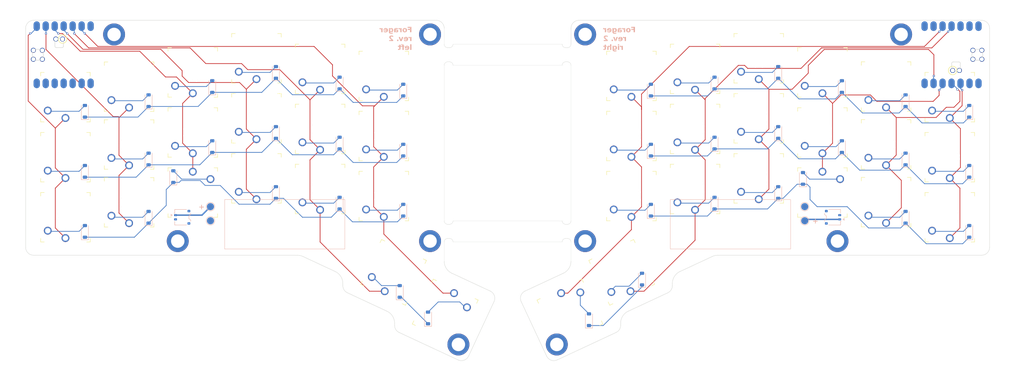
<source format=kicad_pcb>
(kicad_pcb (version 20241229) (generator "pcbnew") (generator_version "9.0")
  (layers (0 "F.Cu" signal) (2 "B.Cu" signal) (13 "F.Paste" user) (15 "B.Paste" user) (5 "F.SilkS" user "F.Silkscreen") (7 "B.SilkS" user "B.Silkscreen") (1 "F.Mask" user) (3 "B.Mask" user) (25 "Edge.Cuts" user))
  (net 0 "")
  (net 1 "LGND")
  (net 2 "LBAT")
  (net 3 "/LCOL0")
  (net 4 "Net-(LD1-A)")
  (net 5 "/LCOL1")
  (net 6 "Net-(LD2-A)")
  (net 7 "/LCOL2")
  (net 8 "Net-(LD3-A)")
  (net 9 "Net-(LD4-A)")
  (net 10 "/LCOL3")
  (net 11 "Net-(LD5-A)")
  (net 12 "/LCOL4")
  (net 13 "Net-(LD6-A)")
  (net 14 "Net-(LD7-A)")
  (net 15 "Net-(LD8-A)")
  (net 16 "Net-(LD9-A)")
  (net 17 "Net-(LD10-A)")
  (net 18 "Net-(LD11-A)")
  (net 19 "Net-(LD12-A)")
  (net 20 "Net-(LD13-A)")
  (net 21 "Net-(LD14-A)")
  (net 22 "Net-(LD15-A)")
  (net 23 "Net-(LD16-A)")
  (net 24 "Net-(LD17-A)")
  (net 25 "/LROW0")
  (net 26 "/LROW1")
  (net 27 "/LROW2")
  (net 28 "/LROW3")
  (net 32 "RBAT")
  (net 33 "RGND")
  (net 40 "/RCOL4")
  (net 41 "Net-(RD1-A)")
  (net 42 "Net-(RD2-A)")
  (net 43 "/RCOL3")
  (net 44 "/RCOL2")
  (net 45 "Net-(RD3-A)")
  (net 46 "Net-(RD4-A)")
  (net 47 "/RCOL1")
  (net 48 "/RCOL0")
  (net 49 "Net-(RD5-A)")
  (net 50 "Net-(RD6-A)")
  (net 51 "Net-(RD7-A)")
  (net 52 "Net-(RD8-A)")
  (net 53 "Net-(RD9-A)")
  (net 54 "Net-(RD10-A)")
  (net 55 "Net-(RD11-A)")
  (net 56 "Net-(RD12-A)")
  (net 57 "Net-(RD13-A)")
  (net 58 "Net-(RD14-A)")
  (net 59 "Net-(RD15-A)")
  (net 60 "Net-(RD16-A)")
  (net 61 "Net-(RD17-A)")
  (net 62 "/RROW0")
  (net 63 "/RROW1")
  (net 64 "/RROW2")
  (net 65 "/RROW3")
  (net 71 "Net-(LD18-A)")
  (net 72 "Net-(LD19-A)")
  (net 73 "Net-(LD20-A)")
  (net 74 "Net-(RD18-A)")
  (net 75 "Net-(RD19-A)")
  (net 76 "Net-(RD20-A)")
  (net 77 "/LCOL5")
  (net 78 "/RCOL5")
  (footprint "PCM_marbastlib-various:mousebites_2.5mm" (layer "F.Cu") (at 17.923023 10)
    (property "Reference" "REF**" (hide yes))
    (property "Value" "mousebites 2mm" (hide yes))
    (fp_line (start -1.5 -2) (end -1 -2) (stroke (width 0.08)) (layer "Edge.Cuts"))
    (fp_line (start -1 2) (end -1.5 2) (stroke (width 0.08)) (layer "Edge.Cuts"))
    (fp_arc (start -2.5 3) (mid -2.207108 2.292895) (end -1.500003 2.000003) (stroke (width 0.08)) (layer "Edge.Cuts"))
    (fp_arc (start -1.5 -2) (mid -2.207105 -2.292892) (end -2.499997 -2.999997) (stroke (width 0.08)) (layer "Edge.Cuts"))
    (fp_arc (start -1 2) (mid -0.292895 2.292892) (end -0.000003 2.999997) (stroke (width 0.08)) (layer "Edge.Cuts"))
    (fp_arc (start 0 -3) (mid -0.292892 -2.292895) (end -0.999997 -2.000003) (stroke (width 0.08)) (layer "Edge.Cuts"))
  )
  (footprint "PCM_marbastlib-various:mousebites_2.5mm" (layer "F.Cu") (at 17.923023 -40)
    (property "Reference" "REF**" (hide yes))
    (property "Value" "mousebites 2mm" (hide yes))
    (fp_line (start -1.5 -2) (end -1 -2) (stroke (width 0.08)) (layer "Edge.Cuts"))
    (fp_line (start -1 2) (end -1.5 2) (stroke (width 0.08)) (layer "Edge.Cuts"))
    (fp_arc (start -2.5 3) (mid -2.207108 2.292895) (end -1.500003 2.000003) (stroke (width 0.08)) (layer "Edge.Cuts"))
    (fp_arc (start -1.5 -2) (mid -2.207105 -2.292892) (end -2.499997 -2.999997) (stroke (width 0.08)) (layer "Edge.Cuts"))
    (fp_arc (start -1 2) (mid -0.292895 2.292892) (end -0.000003 2.999997) (stroke (width 0.08)) (layer "Edge.Cuts"))
    (fp_arc (start 0 -3) (mid -0.292892 -2.292895) (end -0.999997 -2.000003) (stroke (width 0.08)) (layer "Edge.Cuts"))
  )
  (footprint "PCM_marbastlib-various:mousebites_2.5mm" (layer "F.Cu") (at -17.923023 10 180)
    (property "Reference" "REF**" (hide yes))
    (property "Value" "mousebites 2mm" (hide yes))
    (fp_line (start -1 2) (end -1.5 2) (stroke (width 0.08)) (layer "Edge.Cuts"))
    (fp_line (start -1.5 -2) (end -1 -2) (stroke (width 0.08)) (layer "Edge.Cuts"))
    (fp_arc (start 0 -3) (mid -0.292892 -2.292895) (end -0.999997 -2.000003) (stroke (width 0.08)) (layer "Edge.Cuts"))
    (fp_arc (start -1 2) (mid -0.292895 2.292892) (end -0.000003 2.999997) (stroke (width 0.08)) (layer "Edge.Cuts"))
    (fp_arc (start -1.5 -2) (mid -2.207105 -2.292892) (end -2.499997 -2.999997) (stroke (width 0.08)) (layer "Edge.Cuts"))
    (fp_arc (start -2.5 3) (mid -2.207108 2.292895) (end -1.500003 2.000003) (stroke (width 0.08)) (layer "Edge.Cuts"))
  )
  (footprint "PCM_marbastlib-various:mousebites_2.5mm" (layer "F.Cu") (at -17.923023 -40 180)
    (property "Reference" "REF**" (hide yes))
    (property "Value" "mousebites 2mm" (hide yes))
    (fp_line (start -1 2) (end -1.5 2) (stroke (width 0.08)) (layer "Edge.Cuts"))
    (fp_line (start -1.5 -2) (end -1 -2) (stroke (width 0.08)) (layer "Edge.Cuts"))
    (fp_arc (start 0 -3) (mid -0.292892 -2.292895) (end -0.999997 -2.000003) (stroke (width 0.08)) (layer "Edge.Cuts"))
    (fp_arc (start -1 2) (mid -0.292895 2.292892) (end -0.000003 2.999997) (stroke (width 0.08)) (layer "Edge.Cuts"))
    (fp_arc (start -1.5 -2) (mid -2.207105 -2.292892) (end -2.499997 -2.999997) (stroke (width 0.08)) (layer "Edge.Cuts"))
    (fp_arc (start -2.5 3) (mid -2.207108 2.292895) (end -1.500003 2.000003) (stroke (width 0.08)) (layer "Edge.Cuts"))
  )
  (footprint "Diode_SMD:D_SOD-123" (layer "B.Cu") (at 40.5 -30 90)
    (property "Reference" "RD1" (hide yes))
    (property "Value" "D")
  )
  (footprint "Diode_SMD:D_SOD-123" (layer "B.Cu") (at -94.5 -5.5 90)
    (property "Reference" "LD15" (hide yes))
    (property "Value" "D")
  )
  (footprint "Custom:Choc_v2_PG1353_socket" (layer "B.Cu") (at 17.627908 32.832308 25)
    (property "Reference" "RCH19" (hide yes))
    (property "Value" "ChocHS" (hide yes))
  )
  (footprint "Diode_SMD:D_SOD-123" (layer "B.Cu") (at 38 23.5 90)
    (property "Reference" "RD20" (hide yes))
    (property "Value" "D")
  )
  (footprint "Diode_SMD:D_SOD-123" (layer "B.Cu") (at 112.5 6 90)
    (property "Reference" "RD17" (hide yes))
    (property "Value" "D")
  )
  (footprint "Diode_SMD:D_SOD-123" (layer "B.Cu") (at 112.5 -10.5 90)
    (property "Reference" "RD11" (hide yes))
    (property "Value" "D")
  )
  (footprint "Diode_SMD:D_SOD-123" (layer "B.Cu") (at -22.5 34.5 90)
    (property "Reference" "LD20" (hide yes))
    (property "Value" "D")
  )
  (footprint "Nuts_SMD:SMTSO2020MTJ_M2" (layer "B.Cu") (at -21.923023 12.75 180)
    (property "Reference" "REF**" (hide yes))
    (property "Value" "SMTSO2020MTJ_M2")
  )
  (footprint "Custom:Choc_v2_PG1353_socket" (layer "B.Cu") (at 35 -17 180)
    (property "Reference" "RCH7" (hide yes))
    (property "Value" "ChocHS" (hide yes))
  )
  (footprint "TestPoint:TestPoint_Pad_D2.0mm" (layer "B.Cu") (at -84 7 180)
    (property "Reference" "TP3" (hide yes))
    (property "Value" "TestPoint")
  )
  (footprint "Custom:Choc_v2_PG1353_socket" (layer "B.Cu") (at -53 -19 180)
    (property "Reference" "LCH11" (hide yes))
    (property "Value" "ChocHS" (hide yes))
  )
  (footprint "Diode_SMD:D_SOD-123" (layer "B.Cu") (at 76.5 -1 90)
    (property "Reference" "RD15" (hide yes))
    (property "Value" "D")
  )
  (footprint "Diode_SMD:D_SOD-123" (layer "B.Cu") (at 130.5 -24 90)
    (property "Reference" "RD6" (hide yes))
    (property "Value" "D")
  )
  (footprint "Diode_SMD:D_SOD-123" (layer "B.Cu") (at 76.5 -18 90)
    (property "Reference" "RD9" (hide yes))
    (property "Value" "D")
  )
  (footprint "Diode_SMD:D_SOD-123" (layer "B.Cu") (at 58.5 -32 90)
    (property "Reference" "RD2" (hide yes))
    (property "Value" "D")
  )
  (footprint "Custom:Choc_v2_PG1353_socket" (layer "B.Cu") (at 125 -11 180)
    (property "Reference" "RCH12" (hide yes))
    (property "Value" "ChocHS" (hide yes))
  )
  (footprint "Diode_SMD:D_SOD-123" (layer "B.Cu") (at -47.5 -15 90)
    (property "Reference" "LD11" (hide yes))
    (property "Value" "D")
  )
  (footprint "Diode_SMD:D_SOD-123" (layer "B.Cu") (at -29.5 4 90)
    (property "Reference" "LD18" (hide yes))
    (property "Value" "D")
  )
  (footprint "Custom:Choc_v2_PG1353_socket" (layer "B.Cu") (at 107 -14.64 180)
    (property "Reference" "RCH11" (hide yes))
    (property "Value" "ChocHS" (hide yes))
  )
  (footprint "Diode_SMD:D_SOD-123" (layer "B.Cu") (at -47.5 -32 90)
    (property "Reference" "LD5" (hide yes))
    (property "Value" "D")
  )
  (footprint "Diode_SMD:D_SOD-123" (layer "B.Cu") (at 94.5 -14 90)
    (property "Reference" "RD10" (hide yes))
    (property "Value" "D")
  )
  (footprint "Connector_JST:JST_ACH_BM02B-ACHSS-GAN-ETF_1x02-1MP_P1.20mm_Vertical" (layer "B.Cu") (at -92 6 -90)
    (property "Reference" "J1" (hide yes))
    (property "Value" "Conn_01x02_Pin")
  )
  (footprint "Custom:xiao-ble-smd-cutout" (layer "B.Cu") (at -125.5 -40 -90)
    (property "Reference" "LU1" (hide yes))
    (property "Value" "Xiao nRF52840" (hide yes))
    (fp_line (start 0.8382 8.826) (end -0.8382 8.826) (stroke (width 0.12)) (layer "Edge.Cuts"))
    (fp_line (start -1.524 8.1402) (end -1.524 6.4638) (stroke (width 0.12)) (layer "Edge.Cuts"))
    (fp_line (start 1.524 8.1402) (end 1.524 6.4638) (stroke (width 0.12)) (layer "Edge.Cuts"))
    (fp_line (start 0.8382 5.778) (end -0.8382 5.778) (stroke (width 0.12)) (layer "Edge.Cuts"))
    (fp_line (start -2.413 2.476) (end -4.0132 2.476) (stroke (width 0.12)) (layer "Edge.Cuts"))
    (fp_line (start -4.699 1.7902) (end -4.699 0.7488) (stroke (width 0.12)) (layer "Edge.Cuts"))
    (fp_line (start -2.032 0.444) (end -2.032 2.095) (stroke (width 0.12)) (layer "Edge.Cuts"))
    (fp_line (start -4.0132 0.063) (end -2.413 0.063) (stroke (width 0.12)) (layer "Edge.Cuts"))
    (fp_arc (start 0.8382 8.826) (mid 0.920393 8.222393) (end 1.524 8.1402) (stroke (width 0.12)) (layer "Edge.Cuts"))
    (fp_arc (start -1.524 8.1402) (mid -0.920391 8.222391) (end -0.8382 8.826) (stroke (width 0.12)) (layer "Edge.Cuts"))
    (fp_arc (start 1.524 6.4638) (mid 0.920393 6.381607) (end 0.8382 5.778) (stroke (width 0.12)) (layer "Edge.Cuts"))
    (fp_arc (start -0.8382 5.778) (mid -0.920391 6.381609) (end -1.524 6.4638) (stroke (width 0.12)) (layer "Edge.Cuts"))
    (fp_arc (start -2.032 2.095) (mid -2.143592 2.364408) (end -2.413 2.476) (stroke (width 0.12)) (layer "Edge.Cuts"))
    (fp_arc (start -4.699 1.7902) (mid -4.095391 1.872391) (end -4.0132 2.476) (stroke (width 0.12)) (layer "Edge.Cuts"))
    (fp_arc (start -4.0132 0.063) (mid -4.095391 0.666609) (end -4.699 0.7488) (stroke (width 0.12)) (layer "Edge.Cuts"))
    (fp_arc (start -2.413 0.063) (mid -2.143592 0.174592) (end -2.032 0.444) (stroke (width 0.12)) (layer "Edge.Cuts"))
  )
  (footprint "Diode_SMD:D_SOD-123" (layer "B.Cu") (at 58.5 2 90)
    (property "Reference" "RD14" (hide yes))
    (property "Value" "D")
  )
  (footprint "Custom:Choc_v2_PG1353_socket" (layer "B.Cu") (at -89 -35 180)
    (property "Reference" "LCH3" (hide yes))
    (property "Value" "ChocHS" (hide yes))
  )
  (footprint "Custom:Choc_v2_PG1353_socket" (layer "B.Cu") (at -89 -18 180)
    (property "Reference" "LCH9" (hide yes))
    (property "Value" "ChocHS" (hide yes))
  )
  (footprint "Diode_SMD:D_SOD-123" (layer "B.Cu") (at 40.5 -13 90)
    (property "Reference" "RD7" (hide yes))
    (property "Value" "D")
  )
  (footprint "Diode_SMD:D_SOD-123" (layer "B.Cu") (at 112.5 -27 90)
    (property "Reference" "RD5" (hide yes))
    (property "Value" "D")
  )
  (footprint "Custom:Choc_v2_PG1353_socket" (layer "B.Cu") (at 89 -1)
    (property "Reference" "RCH16" (hide yes))
    (property "Value" "ChocHS" (hide yes))
  )
  (footprint "Custom:Choc_v2_PG1353_socket" (layer "B.Cu") (at 53 -36 180)
    (property "Reference" "RCH2" (hide yes))
    (property "Value" "ChocHS" (hide yes))
  )
  (footprint "Custom:Choc_v2_PG1353_socket" (layer "B.Cu") (at -53 -36 180)
    (property "Reference" "LCH5" (hide yes))
    (property "Value" "ChocHS" (hide yes))
  )
  (footprint "Custom:Choc_v2_PG1353_socket" (layer "B.Cu") (at -125 6 180)
    (property "Reference" "LCH13" (hide yes))
    (property "Value" "ChocHS" (hide yes))
  )
  (footprint "Diode_SMD:D_SOD-123" (layer "B.Cu") (at 58.5 -15 90)
    (property "Reference" "RD8" (hide yes))
    (property "Value" "D")
  )
  (footprint "Custom:Choc_v2_PG1353_socket" (layer "B.Cu") (at 89 -18 180)
    (property "Reference" "RCH10" (hide yes))
    (property "Value" "ChocHS" (hide yes))
  )
  (footprint "Custom:Choc_v2_PG1353_socket" (layer "B.Cu") (at -71 -5 180)
    (property "Reference" "LCH16" (hide yes))
    (property "Value" "ChocHS" (hide yes))
  )
  (footprint "Custom:Choc_v2_PG1353_socket" (layer "B.Cu") (at -71 -39 180)
    (property "Reference" "LCH4" (hide yes))
    (property "Value" "ChocHS" (hide yes))
  )
  (footprint "Custom:Choc_v2_PG1353_socket" (layer "B.Cu") (at 53 -2 180)
    (property "Reference" "RCH14" (hide yes))
    (property "Value" "ChocHS" (hide yes))
  )
  (footprint "Nuts_SMD:SMTSO2020MTJ_M2" (layer "B.Cu") (at 21.923023 -45.75 180)
    (property "Reference" "REF**" (hide yes))
    (property "Value" "SMTSO2020MTJ_M2")
  )
  (footprint "Custom:Choc_v2_PG1353_socket" (layer "B.Cu") (at -71 -22 180)
    (property "Reference" "LCH10" (hide yes))
    (property "Value" "ChocHS" (hide yes))
  )
  (footprint "Diode_SMD:D_SOD-123" (layer "B.Cu") (at -65.5 -1 90)
    (property "Reference" "LD16" (hide yes))
    (property "Value" "D")
  )
  (footprint "Nuts_SMD:SMTSO2020MTJ_M2" (layer "B.Cu") (at 93.25 12.75 180)
    (property "Reference" "REF**" (hide yes))
    (property "Value" "SMTSO2020MTJ_M2")
  )
  (footprint "Nuts_SMD:SMTSO2020MTJ_M2" (layer "B.Cu") (at -93.25 12.75 180)
    (property "Reference" "REF**" (hide yes))
    (property "Value" "SMTSO2020MTJ_M2")
  )
  (footprint "TestPoint:TestPoint_Pad_D2.0mm" (layer "B.Cu") (at 84 7 180)
    (property "Reference" "TP2" (hide yes))
    (property "Value" "TestPoint")
  )
  (footprint "Nuts_SMD:SMTSO2020MTJ_M2" (layer "B.Cu") (at 111.25 -45.75 180)
    (property "Reference" "REF**" (hide yes))
    (property "Value" "SMTSO2020MTJ_M2")
  )
  (footprint "Custom:Choc_v2_PG1353_socket" (layer "B.Cu") (at 53 -19 180)
    (property "Reference" "RCH8" (hide yes))
    (property "Value" "ChocHS" (hide yes))
  )
  (footprint "Custom:Choc_v2_PG1353_socket" (layer "B.Cu") (at -35 0 180)
    (property "Reference" "LCH18" (hide yes))
    (property "Value" "ChocHS" (hide yes))
  )
  (footprint "Diode_SMD:D_SOD-123" (layer "B.Cu") (at -101.5 -10.5 90)
    (property "Reference" "LD8" (hide yes))
    (property "Value" "D")
  )
  (footprint "Custom:Choc_v2_PG1353_socket" (layer "B.Cu") (at -125 -28 180)
    (property "Reference" "LCH1" (hide yes))
    (property "Value" "ChocHS" (hide yes))
  )
  (footprint "Custom:Choc_v2_PG1353_socket" (layer "B.Cu") (at 71 -5 180)
    (property "Reference" "RCH15" (hide yes))
    (property "Value" "ChocHS" (hide yes))
  )
  (footprint "Diode_SMD:D_SOD-123" (layer "B.Cu") (at -83.5 -14 90)
    (property "Reference" "LD9" (hide yes))
    (property "Value" "D")
  )
  (footprint "Custom:Choc_v2_PG1353_socket" (layer "B.Cu") (at -125 -11 180)
    (property "Reference" "LCH7" (hide yes))
    (property "Value" "ChocHS" (hide yes))
  )
  (footprint "Diode_SMD:D_SOD-123" (layer "B.Cu") (at 130.5 10 90)
    (property "Reference" "RD18" (hide yes))
    (property "Value" "D")
  )
  (footprint "Custom:Choc_v2_PG1353_socket" (layer "B.Cu") (at 125 -28 180)
    (property "Reference" "RCH6" (hide yes))
    (property "Value" "ChocHS" (hide yes))
  )
  (footprint "Diode_SMD:D_SOD-123" (layer "B.Cu") (at -101.5 6 90)
    (property "Reference" "LD14" (hide yes))
    (property "Value" "D")
  )
  (footprint "Connector_JST:JST_ACH_BM02B-ACHSS-GAN-ETF_1x02-1MP_P1.20mm_Vertical" (layer "B.Cu") (at 92 6 90)
    (property "Reference" "J2" (hide yes))
    (property "Value" "Conn_01x02_Pin")
  )
  (footprint "Custom:Choc_v2_PG1353_socket" (layer "B.Cu") (at -89 -1)
    (property "Reference" "LCH15" (hide yes))
    (property "Value" "ChocHS" (hide yes))
  )
  (footprint "Custom:Choc_v2_PG1353_socket" (layer "B.Cu") (at -107 -14.59 180)
    (property "Reference" "LCH8" (hide yes))
    (property "Value" "ChocHS" (hide yes))
  )
  (footprint "TestPoint:TestPoint_Pad_D2.0mm" (layer "B.Cu") (at -84 3 180)
    (property "Reference" "TP1" (hide yes))
    (property "Value" "TestPoint")
  )
  (footprint "Custom:Choc_v2_PG1353_socket" (layer "B.Cu") (at -107 -30.95 180)
    (property "Reference" "LCH2" (hide yes))
    (property "Value" "ChocHS" (hide yes))
  )
  (footprint "Custom:Choc_v2_PG1353_socket" (layer "B.Cu") (at 71 -22 180)
    (property "Reference" "RCH9" (hide yes))
    (property "Value" "ChocHS" (hide yes))
  )
  (footprint "Custom:xiao-ble-smd-cutout" (layer "B.Cu") (at 125.5 -40 90)
    (property "Reference" "RU1" (hide yes))
    (property "Value" "Xiao nRF52840" (hide yes))
    (fp_line (start -4.0132 0.063) (end -2.413 0.063) (stroke (width 0.12)) (layer "Edge.Cuts"))
    (fp_line (start -2.032 0.444) (end -2.032 2.095) (stroke (width 0.12)) (layer "Edge.Cuts"))
    (fp_line (start -4.699 1.7902) (end -4.699 0.7488) (stroke (width 0.12)) (layer "Edge.Cuts"))
    (fp_line (start -2.413 2.476) (end -4.0132 2.476) (stroke (width 0.12)) (layer "Edge.Cuts"))
    (fp_line (start 0.8382 5.778) (end -0.8382 5.778) (stroke (width 0.12)) (layer "Edge.Cuts"))
    (fp_line (start 1.524 8.1402) (end 1.524 6.4638) (stroke (width 0.12)) (layer "Edge.Cuts"))
    (fp_line (start -1.524 8.1402) (end -1.524 6.4638) (stroke (width 0.12)) (layer "Edge.Cuts"))
    (fp_line (start 0.8382 8.826) (end -0.8382 8.826) (stroke (width 0.12)) (layer "Edge.Cuts"))
    (fp_arc (start -2.413 0.063) (mid -2.143592 0.174592) (end -2.032 0.444) (stroke (width 0.12)) (layer "Edge.Cuts"))
    (fp_arc (start -4.0132 0.063) (mid -4.095391 0.666609) (end -4.699 0.7488) (stroke (width 0.12)) (layer "Edge.Cuts"))
    (fp_arc (start -4.699 1.7902) (mid -4.095391 1.872391) (end -4.0132 2.476) (stroke (width 0.12)) (layer "Edge.Cuts"))
    (fp_arc (start -2.032 2.095) (mid -2.143592 2.364408) (end -2.413 2.476) (stroke (width 0.12)) (layer "Edge.Cuts"))
    (fp_arc (start -0.8382 5.778) (mid -0.920391 6.381609) (end -1.524 6.4638) (stroke (width 0.12)) (layer "Edge.Cuts"))
    (fp_arc (start 1.524 6.4638) (mid 0.920393 6.381607) (end 0.8382 5.778) (stroke (width 0.12)) (layer "Edge.Cuts"))
    (fp_arc (start -1.524 8.1402) (mid -0.920391 8.222391) (end -0.8382 8.826) (stroke (width 0.12)) (layer "Edge.Cuts"))
    (fp_arc (start 0.8382 8.826) (mid 0.920393 8.222393) (end 1.524 8.1402) (stroke (width 0.12)) (layer "Edge.Cuts"))
  )
  (footprint "Diode_SMD:D_SOD-123" (layer "B.Cu") (at -29.5 -30 90)
    (property "Reference" "LD6" (hide yes))
    (property "Value" "D")
  )
  (footprint "Nuts_SMD:SMTSO2020MTJ_M2" (layer "B.Cu") (at 13.909849 42.013868 180)
    (property "Reference" "REF**" (hide yes))
    (property "Value" "SMTSO2020MTJ_M2")
  )
  (footprint "Custom:Choc_v2_PG1353_socket" (layer "B.Cu") (at -35 -17 180)
    (property "Reference" "LCH12" (hide yes))
    (property "Value" "ChocHS" (hide yes))
  )
  (footprint "Diode_SMD:D_SOD-123" (layer "B.Cu") (at 23 35 90)
    (property "Reference" "RD19" (hide yes))
    (property "Value" "D")
  )
  (footprint "Custom:Choc_v2_PG1353_socket" (layer "B.Cu") (at -53 -2 180)
    (property "Reference" "LCH17" (hide yes))
    (property "Value" "ChocHS" (hide yes))
  )
  (footprint "Diode_SMD:D_SOD-123" (layer "B.Cu") (at -119.5 -24 90)
    (property "Reference" "LD1" (hide yes))
    (property "Value" "D")
  )
  (footprint "Custom:Choc_v2_PG1353_socket" (layer "B.Cu") (at 35 0 180)
    (property "Reference" "RCH13" (hide yes))
    (property "Value" "ChocHS" (hide yes))
  )
  (footprint "Diode_SMD:D_SOD-123" (layer "B.Cu") (at -83.5 -31 90)
    (property "Reference" "LD3" (hide yes))
    (property "Value" "D")
  )
  (footprint "Diode_SMD:D_SOD-123" (layer "B.Cu") (at -119.5 10 90)
    (property "Reference" "LD13" (hide yes))
    (property "Value" "D")
  )
  (footprint "Custom:Choc_v2_PG1353_socket" (layer "B.Cu") (at 89 -35 180)
    (property "Reference" "RCH4" (hide yes))
    (property "Value" "ChocHS" (hide yes))
  )
  (footprint "Diode_SMD:D_SOD-123" (layer "B.Cu") (at -47.5 2 90)
    (property "Reference" "LD17" (hide yes))
    (property "Value" "D")
  )
  (footprint "Custom:Choc_v2_PG1353_socket" (layer "B.Cu") (at -107 1.77 180)
    (property "Reference" "LCH14" (hide yes))
    (property "Value" "ChocHS" (hide yes))
  )
  (footprint "Diode_SMD:D_SOD-123" (layer "B.Cu") (at -30.5 27 90)
    (property "Reference" "LD19" (hide yes))
    (property "Value" "D")
  )
  (footprint "Custom:Choc_v2_PG1353_socket" (layer "B.Cu") (at -17.627908 32.832308 -25)
    (property "Reference" "LCH20" (hide yes))
    (property "Value" "ChocHS" (hide yes))
  )
  (footprint "Diode_SMD:D_SOD-123" (layer "B.Cu") (at -65.5 -18 90)
    (property "Reference" "LD10" (hide yes))
    (property "Value" "D")
  )
  (footprint "Diode_SMD:D_SOD-123" (layer "B.Cu") (at -101.5 -27 90)
    (property "Reference" "LD2" (hide yes))
    (property "Value" "D")
  )
  (footprint "Custom:Choc_v2_PG1353_socket" (layer "B.Cu") (at 107 -31 180)
    (property "Reference" "RCH5" (hide yes))
    (property "Value" "ChocHS" (hide yes))
  )
  (footprint "Custom:Choc_v2_PG1353_socket" (layer "B.Cu") (at 125 6 180)
    (property "Reference" "RCH18" (hide yes))
    (property "Value" "ChocHS" (hide yes))
  )
  (footprint "Diode_SMD:D_SOD-123" (layer "B.Cu") (at 40.5 4 90)
    (property "Reference" "RD13" (hide yes))
    (property "Value" "D")
  )
  (footprint "Diode_SMD:D_SOD-123" (layer "B.Cu") (at -65.5 -35 90)
    (property "Reference" "LD4" (hide yes))
    (property "Value" "D")
  )
  (footprint "Custom:Choc_v2_PG1353_socket" (layer "B.Cu") (at 32.250975 21.599948 -155)
    (property "Reference" "RCH20" (hide yes))
    (property "Value" "ChocHS" (hide yes))
  )
  (footprint "Custom:Choc_v2_PG1353_socket" (layer "B.Cu") (at -35 -34 180)
    (property "Reference" "LCH6" (hide yes))
    (property "Value" "ChocHS" (hide yes))
  )
  (footprint "Diode_SMD:D_SOD-123" (layer "B.Cu") (at -119.5 -7 90)
    (property "Reference" "LD7" (hide yes))
    (property "Value" "D")
  )
  (footprint "Custom:Choc_v2_PG1353_socket" (layer "B.Cu") (at -32.250975 21.599948 155)
    (property "Reference" "LCH19" (hide yes))
    (property "Value" "ChocHS" (hide yes))
  )
  (footprint "TestPoint:TestPoint_Pad_D2.0mm" (layer "B.Cu") (at 84 3 180)
    (property "Reference" "TP4" (hide yes))
    (property "Value" "TestPoint")
  )
  (footprint "Nuts_SMD:SMTSO2020MTJ_M2" (layer "B.Cu") (at -111.25 -45.75 180)
    (property "Reference" "REF**" (hide yes))
    (property "Value" "SMTSO2020MTJ_M2")
  )
  (footprint "Custom:Choc_v2_PG1353_socket" (layer "B.Cu") (at 71 -39 180)
    (property "Reference" "RCH3" (hide yes))
    (property "Value" "ChocHS" (hide yes))
  )
  (footprint "Diode_SMD:D_SOD-123" (layer "B.Cu") (at 76.5 -35 90)
    (property "Reference" "RD3" (hide yes))
    (property "Value" "D")
  )
  (footprint "Nuts_SMD:SMTSO2020MTJ_M2" (layer "B.Cu") (at -13.909849 42.013868 180)
    (property "Reference" "REF**" (hide yes))
    (property "Value" "SMTSO2020MTJ_M2")
  )
  (footprint "Diode_SMD:D_SOD-123" (layer "B.Cu") (at 130.5 -7 90)
    (property "Reference" "RD12" (hide yes))
    (property "Value" "D")
  )
  (footprint "Diode_SMD:D_SOD-123" (layer "B.Cu") (at 83.5 -5 90)
    (property "Reference" "RD16" (hide yes))
    (property "Value" "D")
  )
  (footprint "Diode_SMD:D_SOD-123" (layer "B.Cu") (at -29.5 -13 90)
    (property "Reference" "LD12" (hide yes))
    (property "Value" "D")
  )
  (footprint "Diode_SMD:D_SOD-123" (layer "B.Cu") (at 94.5 -31 90)
    (property "Reference" "RD4" (hide yes))
    (property "Value" "D")
  )
  (footprint "Custom:Choc_v2_PG1353_socket" (layer "B.Cu") (at 107 1.72 180)
    (property "Reference" "RCH17" (hide yes))
    (property "Value" "ChocHS" (hide yes))
  )
  (footprint "Nuts_SMD:SMTSO2020MTJ_M2" (layer "B.Cu") (at -21.923023 -45.75 180)
    (property "Reference" "REF**" (hide yes))
    (property "Value" "SMTSO2020MTJ_M2")
  )
  (footprint "Nuts_SMD:SMTSO2020MTJ_M2" (layer "B.Cu") (at 21.923023 12.75 180)
    (property "Reference" "REF**" (hide yes))
    (property "Value" "SMTSO2020MTJ_M2")
  )
  (footprint "Custom:Choc_v2_PG1353_socket" (layer "B.Cu") (at 35 -34 180)
    (property "Reference" "RCH1" (hide yes))
    (property "Value" "ChocHS" (hide yes))
  )
  (gr_circle (center 125.810753 -35.548753) (end 127.010753 -35.548753) (stroke (width 0.2)) (fill no) (layer "F.SilkS"))
  (gr_circle (center -125.810753 -44.451247) (end -124.610753 -44.451247) (stroke (width 0.2)) (fill no) (layer "F.SilkS"))
  (gr_rect (start 46 1) (end 80 15) (stroke (width 0.1)) (fill no) (layer "B.SilkS"))
  (gr_rect (start -80 1) (end -46 15) (stroke (width 0.1)) (fill no) (layer "B.SilkS"))
  (gr_line (start -46.578926 24.755529) (end -46.578926 25.346619) (stroke (width 0.1)) (layer "Edge.Cuts"))
  (gr_arc (start -48.744108 21.356875) (mid -47.16621 22.740656) (end -46.578926 24.755529) (stroke (width 0.1)) (layer "Edge.Cuts"))
  (gr_arc (start 14.014284 46.378681) (mid 12.293847 46.453798) (end 11.0242 45.29038) (stroke (width 0.1)) (layer "Edge.Cuts"))
  (gr_line (start 48.744108 21.356875) (end 57.87012 17.101346) (stroke (width 0.1)) (layer "Edge.Cuts"))
  (gr_arc (start -134 16.75) (mid -135.59099 16.09099) (end -136.25 14.5) (stroke (width 0.1)) (layer "Edge.Cuts"))
  (gr_arc (start -45.279817 27.385812) (mid -46.226554 26.555541) (end -46.578926 25.346619) (stroke (width 0.1)) (layer "Edge.Cuts"))
  (gr_line (start 136.25 14.5) (end 136.25 -47.5) (stroke (width 0.1)) (layer "Edge.Cuts"))
  (gr_line (start -20.173023 -49.75) (end -134 -49.75) (stroke (width 0.1)) (layer "Edge.Cuts"))
  (gr_line (start 3.83969 29.883147) (end 11.0242 45.29038) (stroke (width 0.1)) (layer "Edge.Cuts"))
  (gr_line (start -17.923023 -47.5) (end -17.92302 -42.999997) (stroke (width 0.05)) (layer "Edge.Cuts"))
  (gr_line (start 17.92302 -37.000003) (end 17.923023 7) (stroke (width 0.05)) (layer "Edge.Cuts"))
  (gr_line (start 59.454938 16.75) (end 134 16.75) (stroke (width 0.1)) (layer "Edge.Cuts"))
  (gr_arc (start -59.454938 16.75) (mid -58.643287 16.838882) (end -57.87012 17.101346) (stroke (width 0.1)) (layer "Edge.Cuts"))
  (gr_line (start 34.121041 32.589235) (end 45.279817 27.385812) (stroke (width 0.1)) (layer "Edge.Cuts"))
  (gr_line (start 134 -49.75) (end 20.173023 -49.75) (stroke (width 0.1)) (layer "Edge.Cuts"))
  (gr_arc (start 136.25 14.5) (mid 135.59099 16.09099) (end 134 16.75) (stroke (width 0.1)) (layer "Edge.Cuts"))
  (gr_line (start -4.927991 26.893064) (end -15.757842 21.843021) (stroke (width 0.1)) (layer "Edge.Cuts"))
  (gr_line (start 15.423023 13) (end -15.423026 12.999997) (stroke (width 0.05)) (layer "Edge.Cuts"))
  (gr_line (start -11.0242 45.29038) (end -3.83969 29.883147) (stroke (width 0.1)) (layer "Edge.Cuts"))
  (gr_line (start -31.955859 35.987889) (end -31.955859 36.578979) (stroke (width 0.1)) (layer "Edge.Cuts"))
  (gr_arc (start -20.173023 -49.75) (mid -18.582018 -49.090998) (end -17.923023 -47.5) (stroke (width 0.1)) (layer "Edge.Cuts"))
  (gr_line (start -134 16.75) (end -59.454938 16.75) (stroke (width 0.1)) (layer "Edge.Cuts"))
  (gr_arc (start -136.25 -47.5) (mid -135.59099 -49.09099) (end -134 -49.75) (stroke (width 0.1)) (layer "Edge.Cuts"))
  (gr_arc (start 57.87012 17.101346) (mid 58.64329 16.83889) (end 59.454938 16.75) (stroke (width 0.1)) (layer "Edge.Cuts"))
  (gr_arc (start -34.121041 32.589235) (mid -32.543154 33.973021) (end -31.955859 35.987889) (stroke (width 0.1)) (layer "Edge.Cuts"))
  (gr_line (start -15.423023 7) (end 15.423026 7.000003) (stroke (width 0.05)) (layer "Edge.Cuts"))
  (gr_line (start 14.014284 46.378681) (end 30.65675 38.618172) (stroke (width 0.1)) (layer "Edge.Cuts"))
  (gr_line (start 15.423023 -37) (end -15.423026 -37.000003) (stroke (width 0.05)) (layer "Edge.Cuts"))
  (gr_line (start -136.25 -47.5) (end -136.25 14.5) (stroke (width 0.1)) (layer "Edge.Cuts"))
  (gr_arc (start 31.955859 36.578979) (mid 31.60349 37.787903) (end 30.65675 38.618172) (stroke (width 0.1)) (layer "Edge.Cuts"))
  (gr_arc (start 134 -49.75) (mid 135.59099 -49.09099) (end 136.25 -47.5) (stroke (width 0.1)) (layer "Edge.Cuts"))
  (gr_arc (start 17.923023 18.444367) (mid 17.335741 20.45924) (end 15.757842 21.843021) (stroke (width 0.1)) (layer "Edge.Cuts"))
  (gr_line (start 17.923023 18.444367) (end 17.92302 12.999997) (stroke (width 0.05)) (layer "Edge.Cuts"))
  (gr_line (start -17.923023 13) (end -17.923023 18.444367) (stroke (width 0.05)) (layer "Edge.Cuts"))
  (gr_arc (start 3.83969 29.883147) (mid 3.764574 28.162711) (end 4.927991 26.893064) (stroke (width 0.1)) (layer "Edge.Cuts"))
  (gr_line (start -30.65675 38.618172) (end -14.014284 46.378681) (stroke (width 0.1)) (layer "Edge.Cuts"))
  (gr_line (start 17.923023 -47.5) (end 17.923023 -43) (stroke (width 0.1)) (layer "Edge.Cuts"))
  (gr_line (start -45.279817 27.385812) (end -34.121041 32.589235) (stroke (width 0.1)) (layer "Edge.Cuts"))
  (gr_arc (start 46.578926 24.755529) (mid 47.166208 22.740655) (end 48.744108 21.356875) (stroke (width 0.1)) (layer "Edge.Cuts"))
  (gr_arc (start 17.923023 -47.5) (mid 18.582033 -49.09099) (end 20.173023 -49.75) (stroke (width 0.1)) (layer "Edge.Cuts"))
  (gr_line (start 15.757842 21.843021) (end 4.927991 26.893064) (stroke (width 0.1)) (layer "Edge.Cuts"))
  (gr_arc (start -15.757842 21.843021) (mid -17.335739 20.45924) (end -17.923023 18.444367) (stroke (width 0.1)) (layer "Edge.Cuts"))
  (gr_arc (start -11.0242 45.29038) (mid -12.293847 46.453808) (end -14.014284 46.378681) (stroke (width 0.1)) (layer "Edge.Cuts"))
  (gr_line (start 31.955859 36.578979) (end 31.955859 35.987889) (stroke (width 0.1)) (layer "Edge.Cuts"))
  (gr_arc (start 46.578926 25.346619) (mid 46.226557 26.555543) (end 45.279817 27.385812) (stroke (width 0.1)) (layer "Edge.Cuts"))
  (gr_arc (start -4.927991 26.893064) (mid -3.764574 28.162711) (end -3.83969 29.883147) (stroke (width 0.1)) (layer "Edge.Cuts"))
  (gr_arc (start -30.65675 38.618172) (mid -31.603498 37.787908) (end -31.955859 36.578979) (stroke (width 0.1)) (layer "Edge.Cuts"))
  (gr_arc (start 31.955859 35.987889) (mid 32.543141 33.973015) (end 34.121041 32.589235) (stroke (width 0.1)) (layer "Edge.Cuts"))
  (gr_line (start -57.87012 17.101346) (end -48.744108 21.356875) (stroke (width 0.1)) (layer "Edge.Cuts"))
  (gr_line (start -15.423023 -43) (end 15.423026 -42.999997) (stroke (width 0.05)) (layer "Edge.Cuts"))
  (gr_line (start 46.578926 25.346619) (end 46.578926 24.755529) (stroke (width 0.1)) (layer "Edge.Cuts"))
  (gr_line (start -17.923023 -37) (end -17.92302 7.000003) (stroke (width 0.05)) (layer "Edge.Cuts"))
  (gr_text "Forager\n" (at 27 -47 -0) (layer "B.SilkS") (effects (font (size 1.5 1.5) (thickness 0.3) (bold yes)) (justify right mirror)))
  (gr_text "+" (at -86.5 3 0) (layer "B.SilkS") (effects (font (size 1.5 1.5) (thickness 0.2)) (justify mirror)))
  (gr_text "Forager\n" (at -27 -47 -0) (layer "B.SilkS") (effects (font (size 1.5 1.5) (thickness 0.3) (bold yes)) (justify left mirror)))
  (gr_text "left" (at -27 -42 -0) (layer "B.SilkS") (effects (font (size 1.5 1.5) (thickness 0.3) (bold yes)) (justify left mirror)))
  (gr_text "rev. 2" (at 27 -44.5 -0) (layer "B.SilkS") (effects (font (size 1.5 1.5) (thickness 0.3) (bold yes)) (justify right mirror)))
  (gr_text "right" (at 27 -42 -0) (layer "B.SilkS") (effects (font (size 1.5 1.5) (thickness 0.3) (bold yes)) (justify right mirror)))
  (gr_text "+" (at 87 7 0) (layer "B.SilkS") (effects (font (size 1.5 1.5) (thickness 0.2)) (justify mirror)))
  (gr_text "rev. 2" (at -27 -44.5 -0) (layer "B.SilkS") (effects (font (size 1.5 1.5) (thickness 0.3) (bold yes)) (justify left mirror)))
  (segment (start -93.875 5.4) (end -86.4 5.4) (width 0.4) (layer "B.Cu") (net 2))
  (segment (start -86.4 5.4) (end -84 3) (width 0.4) (layer "B.Cu") (net 2))
  (segment (start -125 -5.1) (end -127.8655 -2.2345) (width 0.2) (layer "F.Cu") (net 3))
  (segment (start -127.8655 9.0345) (end -125 11.9) (width 0.2) (layer "F.Cu") (net 3))
  (segment (start -135.522995 -45.477005) (end -135.522995 -26.891995) (width 0.2) (layer "F.Cu") (net 3))
  (segment (start -127.8655 -7.9655) (end -125 -5.1) (width 0.2) (layer "F.Cu") (net 3))
  (segment (start -127.8655 -19.2345) (end -127.8655 -7.9655) (width 0.2) (layer "F.Cu") (net 3))
  (segment (start -125 -22.1) (end -127.8655 -19.2345) (width 0.2) (layer "F.Cu") (net 3))
  (segment (start -135.522995 -26.891995) (end -127.8655 -19.2345) (width 0.2) (layer "F.Cu") (net 3))
  (segment (start -135 -46) (end -135.522995 -45.477005) (width 0.2) (layer "F.Cu") (net 3))
  (segment (start -127.8655 -2.2345) (end -127.8655 9.0345) (width 0.2) (layer "F.Cu") (net 3))
  (via (at -135 -46) (size 0.6) (drill 0.3) (layers "F.Cu" "B.Cu") (net 3))
  (segment (start -125 -22.1) (end -125 -21.5) (width 0.2) (layer "B.Cu") (net 3))
  (segment (start -135 -46) (end -134.74 -46) (width 0.2) (layer "B.Cu") (net 3))
  (segment (start -134.74 -46) (end -133.12 -47.62) (width 0.2) (layer "B.Cu") (net 3))
  (segment (start -129.5 -24) (end -121.15 -24) (width 0.2) (layer "B.Cu") (net 4))
  (segment (start -121.15 -24) (end -119.5 -25.65) (width 0.2) (layer "B.Cu") (net 4))
  (segment (start -107 -25.05) (end -109.775 -22.275) (width 0.2) (layer "F.Cu") (net 5))
  (segment (start -130.5 -46) (end -130.5 -41.5) (width 0.2) (layer "F.Cu") (net 5))
  (segment (start -107 -8.69) (end -109.8655 -5.8245) (width 0.2) (layer "F.Cu") (net 5))
  (segment (start -110 -22.5) (end -109.775 -22.275) (width 0.2) (layer "F.Cu") (net 5))
  (segment (start -111.5 -22.5) (end -110 -22.5) (width 0.2) (layer "F.Cu") (net 5))
  (segment (start -109.8655 4.8045) (end -107 7.67) (width 0.2) (layer "F.Cu") (net 5))
  (segment (start -130.5 -41.5) (end -111.5 -22.5) (width 0.2) (layer "F.Cu") (net 5))
  (segment (start -109.8655 -11.5555) (end -107 -8.69) (width 0.2) (layer "F.Cu") (net 5))
  (segment (start -109.775 -22.275) (end -109.8655 -22.1845) (width 0.2) (layer "F.Cu") (net 5))
  (segment (start -109.8655 -5.8245) (end -109.8655 4.8045) (width 0.2) (layer "F.Cu") (net 5))
  (segment (start -109.8655 -22.1845) (end -109.8655 -11.5555) (width 0.2) (layer "F.Cu") (net 5))
  (via (at -130.5 -46) (size 0.6) (drill 0.3) (layers "F.Cu" "B.Cu") (net 5))
  (segment (start -130.5 -46) (end -130.5 -47.54) (width 0.2) (layer "B.Cu") (net 5))
  (segment (start -130.5 -47.54) (end -130.58 -47.62) (width 0.2) (layer "B.Cu") (net 5))
  (segment (start -111.5 -27) (end -103.15 -27) (width 0.2) (layer "B.Cu") (net 6))
  (segment (start -103.15 -27) (end -101.5 -28.65) (width 0.2) (layer "B.Cu") (net 6))
  (segment (start -89 -12.1) (end -89 -6.9) (width 0.2) (layer "F.Cu") (net 7))
  (segment (start -104 -41) (end -120.817072 -41) (width 0.2) (layer "F.Cu") (net 7))
  (segment (start -89 -29.1) (end -93.6019 -33.7019) (width 0.2) (layer "F.Cu") (net 7))
  (segment (start -91.8655 -26.2345) (end -91.8655 -14.9655) (width 0.2) (layer "F.Cu") (net 7))
  (segment (start -125.817072 -46) (end -127 -46) (width 0.2) (layer "F.Cu") (net 7))
  (segment (start -89 -29.1) (end -91.8655 -26.2345) (width 0.2) (layer "F.Cu") (net 7))
  (segment (start -93.6019 -33.7019) (end -96.7019 -33.7019) (width 0.2) (layer "F.Cu") (net 7))
  (segment (start -96.7019 -33.7019) (end -104 -41) (width 0.2) (layer "F.Cu") (net 7))
  (segment (start -91.8655 -14.9655) (end -89 -12.1) (width 0.2) (layer "F.Cu") (net 7))
  (segment (start -120.817072 -41) (end -125.817072 -46) (width 0.2) (layer "F.Cu") (net 7))
  (via (at -127 -46) (size 0.6) (drill 0.3) (layers "F.Cu" "B.Cu") (net 7))
  (segment (start -128.04 -47.62) (end -128.04 -47.04) (width 0.2) (layer "B.Cu") (net 7))
  (segment (start -128.04 -47.04) (end -127 -46) (width 0.2) (layer "B.Cu") (net 7))
  (segment (start -85.15 -31) (end -83.5 -32.65) (width 0.2) (layer "B.Cu") (net 8))
  (segment (start -93.5 -31) (end -85.15 -31) (width 0.2) (layer "B.Cu") (net 8))
  (segment (start -67.15 -35) (end -65.5 -36.65) (width 0.2) (layer "B.Cu") (net 9))
  (segment (start -75.5 -35) (end -67.15 -35) (width 0.2) (layer "B.Cu") (net 9))
  (segment (start -90.186929 -32.1345) (end -92 -33.947571) (width 0.2) (layer "F.Cu") (net 10))
  (segment (start -71 -16.1) (end -73.8655 -13.2345) (width 0.2) (layer "F.Cu") (net 10))
  (segment (start -73.8655 -13.2345) (end -73.8655 -1.9655) (width 0.2) (layer "F.Cu") (net 10))
  (segment (start -92 -33.947571) (end -92 -35.5) (width 0.2) (layer "F.Cu") (net 10))
  (segment (start -92 -35.5) (end -98.047 -41.547) (width 0.2) (layer "F.Cu") (net 10))
  (segment (start -73.8655 -30.2345) (end -73.8655 -18.9655) (width 0.2) (layer "F.Cu") (net 10))
  (segment (start -73.8655 -18.9655) (end -71 -16.1) (width 0.2) (layer "F.Cu") (net 10))
  (segment (start -120.047 -41.547) (end -124.5 -46) (width 0.2) (layer "F.Cu") (net 10))
  (segment (start -71 -33.1) (end -73.8655 -30.2345) (width 0.2) (layer "F.Cu") (net 10))
  (segment (start -75.7655 -32.1345) (end -90.186929 -32.1345) (width 0.2) (layer "F.Cu") (net 10))
  (segment (start -98.047 -41.547) (end -120.047 -41.547) (width 0.2) (layer "F.Cu") (net 10))
  (segment (start -73.8655 -30.2345) (end -75.7655 -32.1345) (width 0.2) (layer "F.Cu") (net 10))
  (segment (start -73.8655 -1.9655) (end -71 0.9) (width 0.2) (layer "F.Cu") (net 10))
  (via (at -124.5 -46) (size 0.6) (drill 0.3) (layers "F.Cu" "B.Cu") (net 10))
  (segment (start -125.5 -47) (end -124.5 -46) (width 0.2) (layer "B.Cu") (net 10))
  (segment (start -125.5 -47.62) (end -125.5 -47) (width 0.2) (layer "B.Cu") (net 10))
  (segment (start -57.5 -32) (end -49.15 -32) (width 0.2) (layer "B.Cu") (net 11))
  (segment (start -49.15 -32) (end -47.5 -33.65) (width 0.2) (layer "B.Cu") (net 11))
  (segment (start -75.198356 -37.5) (end -85.314656 -37.5) (width 0.2) (layer "F.Cu") (net 12))
  (segment (start -64.413799 -35.782799) (end -73.481155 -35.782799) (width 0.2) (layer "F.Cu") (net 12))
  (segment (start -55.8655 -15.9655) (end -53 -13.1) (width 0.2) (layer "F.Cu") (net 12))
  (segment (start -118.448 -41.948) (end -122.5 -46) (width 0.2) (layer "F.Cu") (net 12))
  (segment (start -34.744423 26.947164) (end -39.052836 26.947164) (width 0.2) (layer "F.Cu") (net 12))
  (segment (start -53 13) (end -53 3.9) (width 0.2) (layer "F.Cu") (net 12))
  (segment (start -53 -13.1) (end -55.8655 -10.2345) (width 0.2) (layer "F.Cu") (net 12))
  (segment (start -55.8655 1.0345) (end -53 3.9) (width 0.2) (layer "F.Cu") (net 12))
  (segment (start -53 -30.1) (end -55.8655 -27.2345) (width 0.2) (layer "F.Cu") (net 12))
  (segment (start -55.8655 -10.2345) (end -55.8655 1.0345) (width 0.2) (layer "F.Cu") (net 12))
  (segment (start -73.481155 -35.782799) (end -75.198356 -37.5) (width 0.2) (layer "F.Cu") (net 12))
  (segment (start -55.8655 -27.2345) (end -64.413799 -35.782799) (width 0.2) (layer "F.Cu") (net 12))
  (segment (start -89.762656 -41.948) (end -118.448 -41.948) (width 0.2) (layer "F.Cu") (net 12))
  (segment (start -85.314656 -37.5) (end -89.762656 -41.948) (width 0.2) (layer "F.Cu") (net 12))
  (segment (start -55.8655 -27.2345) (end -55.8655 -15.9655) (width 0.2) (layer "F.Cu") (net 12))
  (segment (start -39.052836 26.947164) (end -53 13) (width 0.2) (layer "F.Cu") (net 12))
  (via (at -122.5 -46) (size 0.6) (drill 0.3) (layers "F.Cu" "B.Cu") (net 12))
  (segment (start -122.5 -47.16) (end -122.96 -47.62) (width 0.2) (layer "B.Cu") (net 12))
  (segment (start -122.5 -46) (end -122.5 -47.16) (width 0.2) (layer "B.Cu") (net 12))
  (segment (start -31.15 -30) (end -29.5 -31.65) (width 0.2) (layer "B.Cu") (net 13))
  (segment (start -39.5 -30) (end -31.15 -30) (width 0.2) (layer "B.Cu") (net 13))
  (segment (start -121.15 -7) (end -119.5 -8.65) (width 0.2) (layer "B.Cu") (net 14))
  (segment (start -129.5 -7) (end -121.15 -7) (width 0.2) (layer "B.Cu") (net 14))
  (segment (start -111.5 -10.5) (end -103.15 -10.5) (width 0.2) (layer "B.Cu") (net 15))
  (segment (start -103.15 -10.5) (end -101.5 -12.15) (width 0.2) (layer "B.Cu") (net 15))
  (segment (start -85.15 -14) (end -83.5 -15.65) (width 0.2) (layer "B.Cu") (net 16))
  (segment (start -93.5 -14) (end -85.15 -14) (width 0.2) (layer "B.Cu") (net 16))
  (segment (start -75.5 -18) (end -67.15 -18) (width 0.2) (layer "B.Cu") (net 17))
  (segment (start -67.15 -18) (end -65.5 -19.65) (width 0.2) (layer "B.Cu") (net 17))
  (segment (start -49.15 -15) (end -47.5 -16.65) (width 0.2) (layer "B.Cu") (net 18))
  (segment (start -57.5 -15) (end -49.15 -15) (width 0.2) (layer "B.Cu") (net 18))
  (segment (start -31.15 -13) (end -29.5 -14.65) (width 0.2) (layer "B.Cu") (net 19))
  (segment (start -39.5 -13) (end -31.15 -13) (width 0.2) (layer "B.Cu") (net 19))
  (segment (start -129.5 10) (end -121.15 10) (width 0.2) (layer "B.Cu") (net 20))
  (segment (start -121.15 10) (end -119.5 8.35) (width 0.2) (layer "B.Cu") (net 20))
  (segment (start -111.5 6) (end -103.15 6) (width 0.2) (layer "B.Cu") (net 21))
  (segment (start -103.15 6) (end -101.5 4.35) (width 0.2) (layer "B.Cu") (net 21))
  (segment (start -92.15 -4.8) (end -84 -4.8) (width 0.2) (layer "B.Cu") (net 22))
  (segment (start -94.5 -7.15) (end -92.15 -4.8) (width 0.2) (layer "B.Cu") (net 22))
  (segment (start -67.15 -1) (end -65.5 -2.65) (width 0.2) (layer "B.Cu") (net 23))
  (segment (start -75.5 -1) (end -67.15 -1) (width 0.2) (layer "B.Cu") (net 23))
  (segment (start -57.5 2) (end -49.15 2) (width 0.2) (layer "B.Cu") (net 24))
  (segment (start -49.15 2) (end -47.5 0.35) (width 0.2) (layer "B.Cu") (net 24))
  (segment (start -83.5 -29.35) (end -69.5 -29.35) (width 0.2) (layer "B.Cu") (net 25))
  (segment (start -47.5 -30.35) (end -43.65 -26.5) (width 0.2) (layer "B.Cu") (net 25))
  (segment (start -31.35 -26.5) (end -29.5 -28.35) (width 0.2) (layer "B.Cu") (net 25))
  (segment (start -65.5 -33.35) (end -60.843 -28.693) (width 0.2) (layer "B.Cu") (net 25))
  (segment (start -119.5 -22.35) (end -104.5 -22.35) (width 0.2) (layer "B.Cu") (net 25))
  (segment (start -101.5 -25.35) (end -87.5 -25.35) (width 0.2) (layer "B.Cu") (net 25))
  (segment (start -60.843 -28.693) (end -49.157 -28.693) (width 0.2) (layer "B.Cu") (net 25))
  (segment (start -43.65 -26.5) (end -31.35 -26.5) (width 0.2) (layer "B.Cu") (net 25))
  (segment (start -69.5 -29.35) (end -65.5 -33.35) (width 0.2) (layer "B.Cu") (net 25))
  (segment (start -87.5 -25.35) (end -83.5 -29.35) (width 0.2) (layer "B.Cu") (net 25))
  (segment (start -104.5 -22.35) (end -101.5 -25.35) (width 0.2) (layer "B.Cu") (net 25))
  (segment (start -49.157 -28.693) (end -47.5 -30.35) (width 0.2) (layer "B.Cu") (net 25))
  (segment (start -43.65 -9.5) (end -31.35 -9.5) (width 0.2) (layer "B.Cu") (net 26))
  (segment (start -60.843 -11.693) (end -49.157 -11.693) (width 0.2) (layer "B.Cu") (net 26))
  (segment (start -87 -8.85) (end -83.5 -12.35) (width 0.2) (layer "B.Cu") (net 26))
  (segment (start -69.5 -12.35) (end -65.5 -16.35) (width 0.2) (layer "B.Cu") (net 26))
  (segment (start -65.5 -16.35) (end -60.843 -11.693) (width 0.2) (layer "B.Cu") (net 26))
  (segment (start -49.157 -11.693) (end -47.5 -13.35) (width 0.2) (layer "B.Cu") (net 26))
  (segment (start -83.5 -12.35) (end -69.5 -12.35) (width 0.2) (layer "B.Cu") (net 26))
  (segment (start -119.5 -5.35) (end -105 -5.35) (width 0.2) (layer "B.Cu") (net 26))
  (segment (start -101.5 -8.85) (end -87 -8.85) (width 0.2) (layer "B.Cu") (net 26))
  (segment (start -47.5 -13.35) (end -43.65 -9.5) (width 0.2) (layer "B.Cu") (net 26))
  (segment (start -105 -5.35) (end -101.5 -8.85) (width 0.2) (layer "B.Cu") (net 26))
  (segment (start -31.35 -9.5) (end -29.5 -11.35) (width 0.2) (layer "B.Cu") (net 26))
  (segment (start -67.157 2.307) (end -65.5 0.65) (width 0.2) (layer "B.Cu") (net 27))
  (segment (start -92.3161 -4.399) (end -86.899 -4.399) (width 0.2) (layer "B.Cu") (net 27))
  (segment (start -92.8651 -3.85) (end -94.5 -3.85) (width 0.2) (layer "B.Cu") (net 27))
  (segment (start -85.5 -3) (end -81.237861 -3) (width 0.2) (layer "B.Cu") (net 27))
  (segment (start -47.5 3.65) (end -43.843 7.307) (width 0.2) (layer "B.Cu") (net 27))
  (segment (start -58 6) (end -49.85 6) (width 0.2) (layer "B.Cu") (net 27))
  (segment (start -81.237861 -3) (end -75.930861 2.307) (width 0.2) (layer "B.Cu") (net 27))
  (segment (start -65.5 0.65) (end -63.35 0.65) (width 0.2) (layer "B.Cu") (net 27))
  (segment (start -31.157 7.307) (end -29.5 5.65) (width 0.2) (layer "B.Cu") (net 27))
  (segment (start -96.5 -1.85) (end -94.5 -3.85) (width 0.2) (layer "B.Cu") (net 27))
  (segment (start -119.5 11.65) (end -105.5 11.65) (width 0.2) (layer "B.Cu") (net 27))
  (segment (start -49.85 6) (end -47.5 3.65) (width 0.2) (layer "B.Cu") (net 27))
  (segment (start -63.35 0.65) (end -58 6) (width 0.2) (layer "B.Cu") (net 27))
  (segment (start -86.899 -4.399) (end -85.5 -3) (width 0.2) (layer "B.Cu") (net 27))
  (segment (start -92.3161 -4.399) (end -92.8651 -3.85) (width 0.2) (layer "B.Cu") (net 27))
  (segment (start -75.930861 2.307) (end -67.157 2.307) (width 0.2) (layer "B.Cu") (net 27))
  (segment (start -101.5 7.65) (end -96.5 2.65) (width 0.2) (layer "B.Cu") (net 27))
  (segment (start -96.5 2.65) (end -96.5 -1.85) (width 0.2) (layer "B.Cu") (net 27))
  (segment (start -43.843 7.307) (end -31.157 7.307) (width 0.2) (layer "B.Cu") (net 27))
  (segment (start -105.5 11.65) (end -101.5 7.65) (width 0.2) (layer "B.Cu") (net 27))
  (segment (start -30.5 28.65) (end -30 28.65) (width 0.2) (layer "B.Cu") (net 28))
  (segment (start -30 28.65) (end -22.5 36.15) (width 0.2) (layer "B.Cu") (net 28))
  (segment (start 84.4 6.6) (end 93.875 6.6) (width 0.4) (layer "B.Cu") (net 32))
  (segment (start 84 7) (end 84.4 6.6) (width 0.4) (layer "B.Cu") (net 32))
  (segment (start 55.8655 1.0345) (end 53 3.9) (width 0.2) (layer "F.Cu") (net 40))
  (segment (start 55.8655 -27.2345) (end 55.8655 -27.626375) (width 0.2) (layer "F.Cu") (net 40))
  (segment (start 55.8655 -15.9655) (end 53 -13.1) (width 0.2) (layer "F.Cu") (net 40))
  (segment (start 67.8655 -36.1345) (end 82.934757 -36.1345) (width 0.2) (layer "F.Cu") (net 40))
  (segment (start 53 12.5) (end 38.552836 26.947164) (width 0.2) (layer "F.Cu") (net 40))
  (segment (start 119.948 -41.948) (end 124.5 -46.5) (width 0.2) (layer "F.Cu") (net 40))
  (segment (start 67 -37) (end 67.8655 -36.1345) (width 0.2) (layer "F.Cu") (net 40))
  (segment (start 82.934757 -36.1345) (end 88.748257 -41.948) (width 0.2) (layer "F.Cu") (net 40))
  (segment (start 55.8655 -27.2345) (end 55.8655 -15.9655) (width 0.2) (layer "F.Cu") (net 40))
  (segment (start 53 -30.1) (end 55.8655 -27.2345) (width 0.2) (layer "F.Cu") (net 40))
  (segment (start 53 3.9) (end 53 12.5) (width 0.2) (layer "F.Cu") (net 40))
  (segment (start 65.239125 -37) (end 67 -37) (width 0.2) (layer "F.Cu") (net 40))
  (segment (start 53 -13.1) (end 55.8655 -10.2345) (width 0.2) (layer "F.Cu") (net 40))
  (segment (start 55.8655 -27.626375) (end 65.239125 -37) (width 0.2) (layer "F.Cu") (net 40))
  (segment (start 88.748257 -41.948) (end 119.948 -41.948) (width 0.2) (layer "F.Cu") (net 40))
  (segment (start 55.8655 -10.2345) (end 55.8655 1.0345) (width 0.2) (layer "F.Cu") (net 40))
  (segment (start 38.552836 26.947164) (end 34.744423 26.947164) (width 0.2) (layer "F.Cu") (net 40))
  (via (at 124.5 -46.5) (size 0.6) (drill 0.3) (layers "F.Cu" "B.Cu") (net 40))
  (segment (start 125.5 -47.62) (end 125.5 -47.5) (width 0.2) (layer "B.Cu") (net 40))
  (segment (start 125.5 -47.5) (end 124.5 -46.5) (width 0.2) (layer "B.Cu") (net 40))
  (segment (start 38.85 -30) (end 40.5 -31.65) (width 0.2) (layer "B.Cu") (net 41))
  (segment (start 30.5 -30) (end 38.85 -30) (width 0.2) (layer "B.Cu") (net 41))
  (segment (start 48 -32) (end 56.85 -32) (width 0.2) (layer "B.Cu") (net 42))
  (segment (start 56.85 -32) (end 58.5 -33.65) (width 0.2) (layer "B.Cu") (net 42))
  (segment (start 85 -34.800257) (end 85 -37) (width 0.2) (layer "F.Cu") (net 43))
  (segment (start 73.8655 -30.2345) (end 73.8655 -18.9655) (width 0.2) (layer "F.Cu") (net 43))
  (segment (start 71 -33.1) (end 73.8655 -30.2345) (width 0.2) (layer "F.Cu") (net 43))
  (segment (start 85 -37) (end 89.5 -41.5) (width 0.2) (layer "F.Cu") (net 43))
  (segment (start 120.5 -40) (end 120.5 -34) (width 0.2) (layer "F.Cu") (net 43))
  (segment (start 89.5 -41.5) (end 119 -41.5) (width 0.2) (layer "F.Cu") (net 43))
  (segment (start 80.434243 -30.2345) (end 85 -34.800257) (width 0.2) (layer "F.Cu") (net 43))
  (segment (start 73.8655 -18.9655) (end 71 -16.1) (width 0.2) (layer "F.Cu") (net 43))
  (segment (start 71 -16.1) (end 73.8655 -13.2345) (width 0.2) (layer "F.Cu") (net 43))
  (segment (start 73.8655 -13.2345) (end 73.8655 -1.9655) (width 0.2) (layer "F.Cu") (net 43))
  (segment (start 73.8655 -1.9655) (end 71 0.9) (width 0.2) (layer "F.Cu") (net 43))
  (segment (start 73.8655 -30.2345) (end 80.434243 -30.2345) (width 0.2) (layer "F.Cu") (net 43))
  (segment (start 119 -41.5) (end 120.5 -40) (width 0.2) (layer "F.Cu") (net 43))
  (via (at 120.5 -34) (size 0.6) (drill 0.3) (layers "F.Cu" "B.Cu") (net 43))
  (segment (start 120.42 -32.38) (end 120.42 -33.92) (width 0.2) (layer "B.Cu") (net 43))
  (segment (start 120.42 -33.92) (end 120.5 -34) (width 0.2) (layer "B.Cu") (net 43))
  (segment (start 122 -28.5) (end 122 -30) (width 0.2) (layer "F.Cu") (net 44))
  (segment (start 120.2981 -26.7981) (end 122 -28.5) (width 0.2) (layer "F.Cu") (net 44))
  (segment (start 94.238 -28.607) (end 102.582799 -28.607) (width 0.2) (layer "F.Cu") (net 44))
  (segment (start 102.582799 -28.607) (end 104.391699 -26.7981) (width 0.2) (layer "F.Cu") (net 44))
  (segment (start 89 -29.1) (end 91.8655 -26.2345) (width 0.2) (layer "F.Cu") (net 44))
  (segment (start 89 -12.1) (end 89 -6.9) (width 0.2) (layer "F.Cu") (net 44))
  (segment (start 91.8655 -14.9655) (end 89 -12.1) (width 0.2) (layer "F.Cu") (net 44))
  (segment (start 91.8655 -26.2345) (end 94.238 -28.607) (width 0.2) (layer "F.Cu") (net 44))
  (segment (start 104.391699 -26.7981) (end 120.2981 -26.7981) (width 0.2) (layer "F.Cu") (net 44))
  (segment (start 91.8655 -26.2345) (end 91.8655 -14.9655) (width 0.2) (layer "F.Cu") (net 44))
  (via (at 122 -30) (size 0.6) (drill 0.3) (layers "F.Cu" "B.Cu") (net 44))
  (segment (start 122.96 -30.96) (end 122 -30) (width 0.2) (layer "B.Cu") (net 44))
  (segment (start 122.96 -32.38) (end 122.96 -30.96) (width 0.2) (layer "B.Cu") (net 44))
  (segment (start 74.85 -35) (end 76.5 -36.65) (width 0.2) (layer "B.Cu") (net 45))
  (segment (start 66.5 -35) (end 74.85 -35) (width 0.2) (layer "B.Cu") (net 45))
  (segment (start 92.85 -31) (end 94.5 -32.65) (width 0.2) (layer "B.Cu") (net 46))
  (segment (start 84 -31) (end 92.85 -31) (width 0.2) (layer "B.Cu") (net 46))
  (segment (start 127.8655 -29.6345) (end 127 -30.5) (width 0.2) (layer "F.Cu") (net 47))
  (segment (start 127.8655 -26.813071) (end 127.8655 -29.6345) (width 0.2) (layer "F.Cu") (net 47))
  (segment (start 107 -8.74) (end 111.2981 -4.4419) (width 0.2) (layer "F.Cu") (net 47))
  (segment (start 111.2981 3.3219) (end 107 7.62) (width 0.2) (layer "F.Cu") (net 47))
  (segment (start 121.124299 -22.2345) (end 124.024299 -25.1345) (width 0.2) (layer "F.Cu") (net 47))
  (segment (start 111.2981 -4.4419) (end 111.2981 3.3219) (width 0.2) (layer "F.Cu") (net 47))
  (segment (start 109.8655 -22.2345) (end 121.124299 -22.2345) (width 0.2) (layer "F.Cu") (net 47))
  (segment (start 126.186929 -25.1345) (end 127.8655 -26.813071) (width 0.2) (layer "F.Cu") (net 47))
  (segment (start 107 -25.1) (end 109.8655 -22.2345) (width 0.2) (layer "F.Cu") (net 47))
  (segment (start 109.8655 -22.2345) (end 109.8655 -11.6055) (width 0.2) (layer "F.Cu") (net 47))
  (segment (start 124.024299 -25.1345) (end 126.186929 -25.1345) (width 0.2) (layer "F.Cu") (net 47))
  (segment (start 109.8655 -11.6055) (end 107 -8.74) (width 0.2) (layer "F.Cu") (net 47))
  (via (at 127.166929 -30.166929) (size 0.6) (drill 0.3) (layers "F.Cu" "B.Cu") (net 47))
  (segment (start 125.5 -31.99318) (end 125.5 -32.38) (width 0.2) (layer "B.Cu") (net 47))
  (segment (start 127.166929 -30.326251) (end 125.5 -31.99318) (width 0.2) (layer "B.Cu") (net 47))
  (segment (start 127.166929 -30.166929) (end 127.166929 -30.326251) (width 0.2) (layer "B.Cu") (net 47))
  (segment (start 125 -22.1) (end 128 -19.1) (width 0.2) (layer "F.Cu") (net 48))
  (segment (start 125 -22.1) (end 128.5 -25.6) (width 0.2) (layer "F.Cu") (net 48))
  (segment (start 128 -19.1) (end 128 -8.1) (width 0.2) (layer "F.Cu") (net 48))
  (segment (start 125 -5.1) (end 127.8655 -2.2345) (width 0.2) (layer "F.Cu") (net 48))
  (segment (start 128.5 -25.6) (end 128.5 -30) (width 0.2) (layer "F.Cu") (net 48))
  (segment (start 128 -8.1) (end 125 -5.1) (width 0.2) (layer "F.Cu") (net 48))
  (segment (start 127.8655 9.0345) (end 125 11.9) (width 0.2) (layer "F.Cu") (net 48))
  (segment (start 127.8655 -2.2345) (end 127.8655 9.0345) (width 0.2) (layer "F.Cu") (net 48))
  (via (at 128.5 -30) (size 0.6) (drill 0.3) (layers "F.Cu" "B.Cu") (net 48))
  (segment (start 128.04 -32.38) (end 128.04 -30.46) (width 0.2) (layer "B.Cu") (net 48))
  (segment (start 128.04 -30.46) (end 128.5 -30) (width 0.2) (layer "B.Cu") (net 48))
  (segment (start 102 -27) (end 110.85 -27) (width 0.2) (layer "B.Cu") (net 49))
  (segment (start 110.85 -27) (end 112.5 -28.65) (width 0.2) (layer "B.Cu") (net 49))
  (segment (start 120 -24) (end 128.85 -24) (width 0.2) (layer "B.Cu") (net 50))
  (segment (start 128.85 -24) (end 130.5 -25.65) (width 0.2) (layer "B.Cu") (net 50))
  (segment (start 38.85 -13) (end 40.5 -14.65) (width 0.2) (layer "B.Cu") (net 51))
  (segment (start 30.5 -13) (end 38.85 -13) (width 0.2) (layer "B.Cu") (net 51))
  (segment (start 48 -15) (end 56.85 -15) (width 0.2) (layer "B.Cu") (net 52))
  (segment (start 56.85 -15) (end 58.5 -16.65) (width 0.2) (layer "B.Cu") (net 52))
  (segment (start 74.85 -18) (end 76.5 -19.65) (width 0.2) (layer "B.Cu") (net 53))
  (segment (start 66.5 -18) (end 74.85 -18) (width 0.2) (layer "B.Cu") (net 53))
  (segment (start 92.85 -14) (end 94.5 -15.65) (width 0.2) (layer "B.Cu") (net 54))
  (segment (start 84 -14) (end 92.85 -14) (width 0.2) (layer "B.Cu") (net 54))
  (segment (start 102.5 -10.5) (end 110.85 -10.5) (width 0.2) (layer "B.Cu") (net 55))
  (segment (start 110.85 -10.5) (end 112.5 -12.15) (width 0.2) (layer "B.Cu") (net 55))
  (segment (start 128.85 -7) (end 130.5 -8.65) (width 0.2) (layer "B.Cu") (net 56))
  (segment (start 120 -7) (end 128.85 -7) (width 0.2) (layer "B.Cu") (net 56))
  (segment (start 38.85 4) (end 40.5 2.35) (width 0.2) (layer "B.Cu") (net 57))
  (segment (start 30.5 4) (end 38.85 4) (width 0.2) (layer "B.Cu") (net 57))
  (segment (start 48 2) (end 56.85 2) (width 0.2) (layer "B.Cu") (net 58))
  (segment (start 56.85 2) (end 58.5 0.35) (width 0.2) (layer "B.Cu") (net 58))
  (segment (start 66 -1) (end 74.85 -1) (width 0.2) (layer "B.Cu") (net 59))
  (segment (start 74.85 -1) (end 76.5 -2.65) (width 0.2) (layer "B.Cu") (net 59))
  (segment (start 85.35 -4.8) (end 94 -4.8) (width 0.2) (layer "B.Cu") (net 60))
  (segment (start 83.5 -6.65) (end 85.35 -4.8) (width 0.2) (layer "B.Cu") (net 60))
  (segment (start 102.5 6) (end 110.85 6) (width 0.2) (layer "B.Cu") (net 61))
  (segment (start 110.85 6) (end 112.5 4.35) (width 0.2) (layer "B.Cu") (net 61))
  (segment (start 110.65 -23.5) (end 112.5 -25.35) (width 0.2) (layer "B.Cu") (net 62))
  (segment (start 100.35 -23.5) (end 110.65 -23.5) (width 0.2) (layer "B.Cu") (net 62))
  (segment (start 112.5 -25.35) (end 117.157 -20.693) (width 0.2) (layer "B.Cu") (net 62))
  (segment (start 76.5 -33.35) (end 82.35 -27.5) (width 0.2) (layer "B.Cu") (net 62))
  (segment (start 40.5 -28.35) (end 56.5 -28.35) (width 0.2) (layer "B.Cu") (net 62))
  (segment (start 128.843 -20.693) (end 130.5 -22.35) (width 0.2) (layer "B.Cu") (net 62))
  (segment (start 94.5 -29.35) (end 100.35 -23.5) (width 0.2) (layer "B.Cu") (net 62))
  (segment (start 56.5 -28.35) (end 58.5 -30.35) (width 0.2) (layer "B.Cu") (net 62))
  (segment (start 117.157 -20.693) (end 128.843 -20.693) (width 0.2) (layer "B.Cu") (net 62))
  (segment (start 73.5 -30.35) (end 76.5 -33.35) (width 0.2) (layer "B.Cu") (net 62))
  (segment (start 58.5 -30.35) (end 73.5 -30.35) (width 0.2) (layer "B.Cu") (net 62))
  (segment (start 92.65 -27.5) (end 94.5 -29.35) (width 0.2) (layer "B.Cu") (net 62))
  (segment (start 82.35 -27.5) (end 92.65 -27.5) (width 0.2) (layer "B.Cu") (net 62))
  (segment (start 73.5 -13.35) (end 58.5 -13.35) (width 0.2) (layer "B.Cu") (net 63))
  (segment (start 76.5 -16.35) (end 73.5 -13.35) (width 0.2) (layer "B.Cu") (net 63))
  (segment (start 92.684581 -10.534581) (end 82.315419 -10.534581) (width 0.2) (layer "B.Cu") (net 63))
  (segment (start 128.65 -3.5) (end 124.055101 -3.5) (width 0.2) (layer "B.Cu") (net 63))
  (segment (start 94.5 -12.35) (end 92.684581 -10.534581) (width 0.2) (layer "B.Cu") (net 63))
  (segment (start 82.315419 -10.534581) (end 76.5 -16.35) (width 0.2) (layer "B.Cu") (net 63))
  (segment (start 110.983 -7.333) (end 99.517 -7.333) (width 0.2) (layer "B.Cu") (net 63))
  (segment (start 58.5 -13.35) (end 56.5 -11.35) (width 0.2) (layer "B.Cu") (net 63))
  (segment (start 124.055101 -3.5) (end 117.85 -3.5) (width 0.2) (layer "B.Cu") (net 63))
  (segment (start 99.517 -7.333) (end 94.5 -12.35) (width 0.2) (layer "B.Cu") (net 63))
  (segment (start 112.5 -8.85) (end 110.983 -7.333) (width 0.2) (layer "B.Cu") (net 63))
  (segment (start 130.5 -5.35) (end 128.65 -3.5) (width 0.2) (layer "B.Cu") (net 63))
  (segment (start 117.85 -3.5) (end 112.5 -8.85) (width 0.2) (layer "B.Cu") (net 63))
  (segment (start 56.5 -11.35) (end 40.5 -11.35) (width 0.2) (layer "B.Cu") (net 63))
  (segment (start 56.5 5.65) (end 58.5 3.65) (width 0.2) (layer "B.Cu") (net 64))
  (segment (start 84.65 -3.35) (end 85.5 -2.5) (width 0.2) (layer "B.Cu") (net 64))
  (segment (start 102.027 9.027) (end 111.123 9.027) (width 0.2) (layer "B.Cu") (net 64))
  (segment (start 87.5 3) (end 96 3) (width 0.2) (layer "B.Cu") (net 64))
  (segment (start 77.85 0.65) (end 81.85 -3.35) (width 0.2) (layer "B.Cu") (net 64))
  (segment (start 128.65 13.5) (end 130.5 11.65) (width 0.2) (layer "B.Cu") (net 64))
  (segment (start 85.5 1) (end 87.5 3) (width 0.2) (layer "B.Cu") (net 64))
  (segment (start 83.5 -3.35) (end 84.65 -3.35) (width 0.2) (layer "B.Cu") (net 64))
  (segment (start 96 3) (end 102.027 9.027) (width 0.2) (layer "B.Cu") (net 64))
  (segment (start 85.5 -2.5) (end 85.5 1) (width 0.2) (layer "B.Cu") (net 64))
  (segment (start 118.35 13.5) (end 128.65 13.5) (width 0.2) (layer "B.Cu") (net 64))
  (segment (start 73.5 3.65) (end 76.5 0.65) (width 0.2) (layer "B.Cu") (net 64))
  (segment (start 81.85 -3.35) (end 83.5 -3.35) (width 0.2) (layer "B.Cu") (net 64))
  (segment (start 112.5 7.65) (end 118.35 13.5) (width 0.2) (layer "B.Cu") (net 64))
  (segment (start 58.5 3.65) (end 73.5 3.65) (width 0.2) (layer "B.Cu") (net 64))
  (segment (start 111.123 9.027) (end 112.5 7.65) (width 0.2) (layer "B.Cu") (net 64))
  (segment (start 40.5 5.65) (end 56.5 5.65) (width 0.2) (layer "B.Cu") (net 64))
  (segment (start 76.5 0.65) (end 77.85 0.65) (width 0.2) (layer "B.Cu") (net 64))
  (segment (start 27.031386 36.65) (end 38 25.681386) (width 0.2) (layer "B.Cu") (net 65))
  (segment (start 38 25.681386) (end 38 25.15) (width 0.2) (layer "B.Cu") (net 65))
  (segment (start 23 36.65) (end 27.031386 36.65) (width 0.2) (layer "B.Cu") (net 65))
  (segment (start -31.15 4) (end -29.5 2.35) (width 0.2) (layer "B.Cu") (net 71))
  (segment (start -40 4) (end -31.15 4) (width 0.2) (layer "B.Cu") (net 71))
  (segment (start -38 23) (end -35.65 25.35) (width 0.2) (layer "B.Cu") (net 72))
  (segment (start -35.65 25.35) (end -30.5 25.35) (width 0.2) (layer "B.Cu") (net 72))
  (segment (start -12 31.5) (end -13.533192 29.966808) (width 0.2) (layer "B.Cu") (net 73))
  (segment (start -19.616808 29.966808) (end -22.5 32.85) (width 0.2) (layer "B.Cu") (net 73))
  (segment (start -13.533192 29.966808) (end -19.616808 29.966808) (width 0.2) (layer "B.Cu") (net 73))
  (segment (start 120 10) (end 128.85 10) (width 0.2) (layer "B.Cu") (net 74))
  (segment (start 128.85 10) (end 130.5 8.35) (width 0.2) (layer "B.Cu") (net 74))
  (segment (start 23 33.35) (end 20.553498 30.903498) (width 0.2) (layer "B.Cu") (net 75))
  (segment (start 20.553498 30.903498) (end 20.553498 27.275247) (width 0.2) (layer "B.Cu") (net 75))
  (segment (start 29 27) (end 30.459836 25.540164) (width 0.2) (layer "B.Cu") (net 76))
  (segment (start 34.309836 25.540164) (end 38 21.85) (width 0.2) (layer "B.Cu") (net 76))
  (segment (start 30.459836 25.540164) (end 34.309836 25.540164) (width 0.2) (layer "B.Cu") (net 76))
  (segment (start -35 10.75642) (end -18.271328 27.485092) (width 0.2) (layer "F.Cu") (net 77))
  (segment (start -37.8655 3.0345) (end -35 5.9) (width 0.2) (layer "F.Cu") (net 77))
  (segment (start -37.8655 -13.9655) (end -35 -11.1) (width 0.2) (layer "F.Cu") (net 77))
  (segment (start -37.8655 -25.2345) (end -37.8655 -13.9655) (width 0.2) (layer "F.Cu") (net 77))
  (segment (start -35 -28.1) (end -37.55 -25.55) (width 0.2) (layer "F.Cu") (net 77))
  (segment (start -37.55 -25.55) (end -37.8655 -25.2345) (width 0.2) (layer "F.Cu") (net 77))
  (segment (start -49.5 -34) (end -49.5 -37.149) (width 0.2) (layer "F.Cu") (net 77))
  (segment (start -35 -11.1) (end -37.8655 -8.2345) (width 0.2) (layer "F.Cu") (net 77))
  (segment (start -37.8655 -8.2345) (end -37.8655 3.0345) (width 0.2) (layer "F.Cu") (net 77))
  (segment (start -41.05 -25.55) (end -49.5 -34) (width 0.2) (layer "F.Cu") (net 77))
  (segment (start -54.7 -42.349) (end -115.849 -42.349) (width 0.2) (layer "F.Cu") (net 77))
  (segment (start -37.55 -25.55) (end -41.05 -25.55) (width 0.2) (layer "F.Cu") (net 77))
  (segment (start -115.849 -42.349) (end -119.5 -46) (width 0.2) (layer "F.Cu") (net 77))
  (segment (start -18.271328 27.485092) (end -15.13446 27.485092) (width 0.2) (layer "F.Cu") (net 77))
  (segment (start -35 5.9) (end -35 10.75642) (width 0.2) (layer "F.Cu") (net 77))
  (segment (start -49.5 -37.149) (end -54.7 -42.349) (width 0.2) (layer "F.Cu") (net 77))
  (via (at -119.5 -46) (size 0.6) (drill 0.3) (layers "F.Cu" "B.Cu") (net 77))
  (segment (start -120.42 -46.92) (end -119.5 -46) (width 0.2) (layer "B.Cu") (net 77))
  (segment (start -120.42 -47.62) (end -120.42 -46.92) (width 0.2) (layer "B.Cu") (net 77))
  (segment (start 35 5.9) (end 35 9.5) (width 0.2) (layer "F.Cu") (net 78))
  (segment (start 37.8655 3.0345) (end 35 5.9) (width 0.2) (layer "F.Cu") (net 78))
  (segment (start 51.349 -42.349) (end 117.849 -42.349) (width 0.2) (layer "F.Cu") (net 78))
  (segment (start 35 -28.1) (end 37.8655 -25.2345) (width 0.2) (layer "F.Cu") (net 78))
  (segment (start 37.8655 -24.5) (end 37.8655 -13.9655) (width 0.2) (layer "F.Cu") (net 78))
  (segment (start 37.8655 -24.5) (end 37.8655 -28.8655) (width 0.2) (layer "F.Cu") (net 78))
  (segment (start 37.8655 -8.2345) (end 37.8655 3.0345) (width 0.2) (layer "F.Cu") (net 78))
  (segment (start 37.8655 -13.9655) (end 35 -11.1) (width 0.2) (layer "F.Cu") (net 78))
  (segment (start 117.849 -42.349) (end 122 -46.5) (width 0.2) (layer "F.Cu") (net 78))
  (segment (start 35 9.5) (end 17.014908 27.485092) (width 0.2) (layer "F.Cu") (net 78))
  (segment (start 37.8655 -28.8655) (end 51.349 -42.349) (width 0.2) (layer "F.Cu") (net 78))
  (segment (start 35 -11.1) (end 37.8655 -8.2345) (width 0.2) (layer "F.Cu") (net 78))
  (segment (start 37.8655 -25.2345) (end 37.8655 -24.5) (width 0.2) (layer "F.Cu") (net 78))
  (segment (start 17.014908 27.485092) (end 15.13446 27.485092) (width 0.2) (layer "F.Cu") (net 78))
  (via (at 122 -46.5) (size 0.6) (drill 0.3) (layers "F.Cu" "B.Cu") (net 78))
  (segment (start 122.96 -47.62) (end 122.96 -47.46) (width 0.2) (layer "B.Cu") (net 78))
  (segment (start 122.96 -47.46) (end 122 -46.5) (width 0.2) (layer "B.Cu") (net 78))
)
</source>
